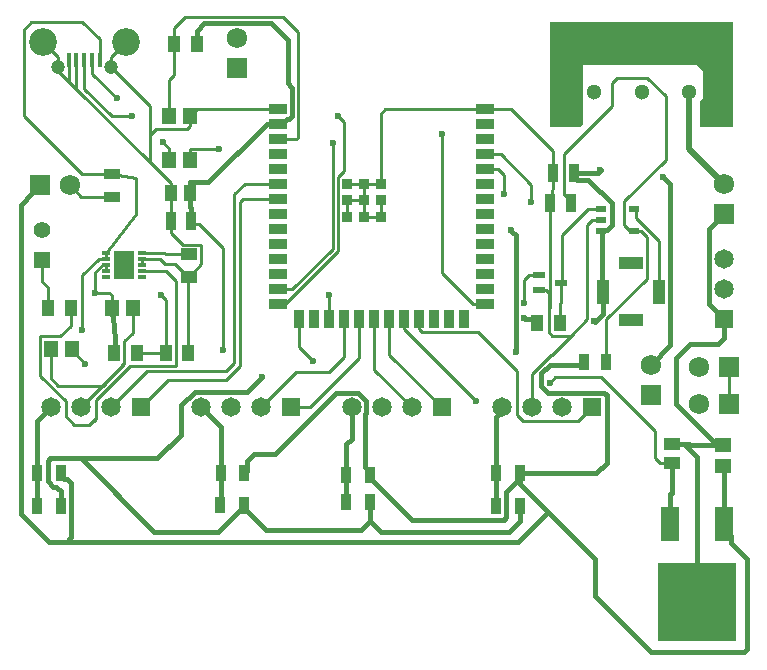
<source format=gtl>
%FSTAX23Y23*%
%MOIN*%
%SFA1B1*%

%IPPOS*%
%ADD13C,0.010000*%
%ADD14R,0.037400X0.057090*%
%ADD15R,0.037800X0.058660*%
%ADD16R,0.038980X0.057870*%
%ADD17R,0.043310X0.078740*%
%ADD18R,0.078740X0.043310*%
%ADD19R,0.039370X0.057090*%
%ADD20R,0.039370X0.021650*%
%ADD21R,0.037400X0.023620*%
%ADD22R,0.057090X0.037400*%
%ADD23R,0.045280X0.057090*%
%ADD24R,0.031500X0.011810*%
%ADD25R,0.068900X0.096460*%
%ADD26R,0.057090X0.039370*%
%ADD27R,0.057870X0.040160*%
%ADD28R,0.263780X0.263780*%
%ADD29R,0.062990X0.118110*%
%ADD30R,0.057090X0.045280*%
%ADD31R,0.015750X0.047240*%
%ADD32R,0.035430X0.035430*%
%ADD33R,0.059060X0.035430*%
%ADD34R,0.035430X0.059060*%
%ADD69C,0.015750*%
%ADD70C,0.019680*%
%ADD71R,0.067910X0.067910*%
%ADD72C,0.067910*%
%ADD73C,0.051180*%
%ADD74C,0.067320*%
%ADD75R,0.067910X0.067910*%
%ADD76R,0.055750X0.055750*%
%ADD77C,0.055750*%
%ADD78C,0.047240*%
%ADD79C,0.092440*%
%ADD80R,0.064960X0.064960*%
%ADD81C,0.064960*%
%ADD82R,0.064960X0.064960*%
%ADD83C,0.023620*%
%LNxksoilsensor-1*%
%LPD*%
G36*
X024Y0178D02*
X0229D01*
Y01865*
X023Y01875*
Y01965*
X0228Y01985*
X019*
Y0179*
X0189Y0178*
X0179*
Y0213*
X024*
Y0178*
G37*
G54D13*
X00272Y008D02*
D01*
X00272Y008*
X00272Y008*
X00272Y008*
X00272Y008*
X00272Y008*
X01702Y01192D02*
Y01269D01*
X01718Y01285*
X01977Y01138D02*
X02113Y01273D01*
Y01412*
X01977Y00995D02*
Y01138D01*
X01807Y00947D02*
X01961D01*
X01788Y00927D02*
X01807Y00947D01*
X01916Y01507D02*
X0196D01*
X01828Y0126D02*
Y01419D01*
X01916Y01507*
X02076Y01476D02*
X02154Y01398D01*
Y0123D02*
Y01398D01*
X01961Y00947D02*
X02141Y00767D01*
Y00674D02*
Y00767D01*
Y00674D02*
X02157Y00658D01*
X02069Y01432D02*
X02093D01*
X02113Y01412*
X0163Y00831D02*
Y00845D01*
X01841Y01549D02*
X01844D01*
X01836Y01555D02*
X01841Y01549D01*
X01836Y01555D02*
Y0169D01*
X01858Y01525D02*
Y01535D01*
X01844Y01549D02*
X01858Y01535D01*
X01836Y0169D02*
X01995Y01849D01*
Y01925D02*
X02013Y01943D01*
X01995Y01849D02*
Y01925D01*
X00951Y01744D02*
Y02095D01*
X00884Y01738D02*
X00946D01*
X00901Y02145D02*
X00951Y02095D01*
X00946Y01738D02*
X00951Y01744D01*
X01792Y0102D02*
X01795D01*
X01858Y01083*
X0173Y00845D02*
Y00957D01*
X01792Y0102*
X00593Y01455D02*
X00621D01*
X01225Y0159D02*
Y01823D01*
X01858Y01083D02*
X01913Y01138D01*
X00143Y01973D02*
X00186Y0193D01*
X00455Y01662D02*
X00525Y01591D01*
X00211Y01905D02*
X00455Y01662D01*
X00186Y0193D02*
X00211Y01905D01*
X00455Y01751D02*
Y0185D01*
X00541Y01322D02*
X00584Y01278D01*
X00584Y01279D02*
X00585Y01278D01*
X00541Y01322D02*
X00584Y01279D01*
X00371Y00991D02*
Y01064D01*
Y0099D02*
Y00991D01*
X00297Y00917D02*
X00371Y00991D01*
X00225Y00845D02*
X00297Y00917D01*
X00298*
X0015D02*
X00297D01*
X02076Y01476D02*
Y01507D01*
X00272Y008D02*
X00275Y00808D01*
X02157Y00658D02*
X02195D01*
X00593Y01455D02*
Y01465D01*
X00621Y01455D02*
X007Y01376D01*
Y01037D02*
Y01376D01*
X00195Y01034D02*
Y0104D01*
Y01034D02*
X00239Y0099D01*
X00285Y01339D02*
X0031D01*
X0023Y01284D02*
X00285Y01339D01*
X0023Y01101D02*
Y01284D01*
X0031Y01359D02*
X0041Y0149D01*
Y0161*
X0033Y01622D02*
X0041Y0161D01*
X00228Y01622D02*
X0033D01*
X00035Y01815D02*
X00228Y01622D01*
X00035Y01815D02*
Y02103D01*
X00061Y02129*
X0023*
X00288Y02071*
Y02001D02*
Y02071D01*
X0051Y01025D02*
Y01203D01*
X00493Y0122D02*
X0051Y01203D01*
X01054Y01139D02*
Y0122D01*
X00099Y02062D02*
X00149Y02012D01*
Y0198D02*
Y02012D01*
X00143Y01973D02*
X00149Y0198D01*
X00186Y0193D02*
Y02001D01*
X00211Y01905D02*
Y02001D01*
X00525Y0156D02*
Y01591D01*
X0059Y01782D02*
Y01815D01*
X00581Y01773D02*
X0059Y01782D01*
X00477Y01773D02*
X00581D01*
X00455Y01751D02*
X00477Y01773D01*
X00455Y01662D02*
Y01751D01*
X00325Y0198D02*
X00455Y0185D01*
X01791Y01253D02*
Y01525D01*
X01785Y01095D02*
X01791Y01253D01*
X01785Y01095D02*
X01797Y01083D01*
X01752Y01234D02*
X01776D01*
X01785Y01226*
Y01095D02*
Y01226D01*
X01797Y01083D02*
X01858D01*
X01913Y01138D02*
Y01453D01*
X0193Y0147D02*
X0196D01*
X01913Y01453D02*
X0193Y0147D01*
X00325Y02012D02*
X00375Y02062D01*
X00325Y0198D02*
Y02012D01*
X00526Y01426D02*
Y01465D01*
Y01426D02*
X00565Y01387D01*
X00626*
Y01321D02*
Y01387D01*
X00585Y0128D02*
X00626Y01321D01*
X01225Y01823D02*
X0124Y01838D01*
X01573*
X00584Y01025D02*
Y01278D01*
X00506Y01322D02*
X00541D01*
X00429Y01339D02*
X00489D01*
X0143Y01291D02*
Y01755D01*
Y01291D02*
X01533Y01188D01*
X01573*
X0059Y0167D02*
Y01706D01*
X00686*
X00227Y01547D02*
X0033D01*
X0019Y01585D02*
X00227Y01547D01*
X00429Y013D02*
X0051D01*
X00543Y01267*
Y00983D02*
Y01267D01*
X00389Y00983D02*
X00543D01*
X00275Y00868D02*
X00389Y00983D01*
X00275Y00808D02*
Y00868D01*
X00772Y01588D02*
X00884D01*
X00737Y01554D02*
X00772Y01588D01*
X00737Y00991D02*
Y01554D01*
X00711Y00965D02*
X00737Y00991D01*
X00445Y00965D02*
X00711D01*
X00325Y00845D02*
X00445Y00965D01*
X00884Y01188D02*
X00905D01*
X01084Y01367*
Y01613*
X01102Y01631*
Y01796*
X01084Y01815D02*
X01102Y01796D01*
X00329Y01815D02*
X00396D01*
X00237Y01907D02*
X00329Y01815D01*
X00237Y01907D02*
Y02001D01*
X01304Y01106D02*
Y01139D01*
Y01106D02*
X01543Y00867D01*
X01573Y01688D02*
X01625D01*
X01726Y01587*
Y0153D02*
Y01587D01*
X01354Y01106D02*
Y01139D01*
Y01106D02*
X01363Y01097D01*
X0155*
X0168Y00967*
Y00818D02*
Y00967D01*
Y00818D02*
X01699Y00799D01*
X01884*
X0193Y00845*
X00954Y01045D02*
X01Y01D01*
X00954Y01045D02*
Y01139D01*
X00826Y00845D02*
X00943Y00962D01*
X01053*
X01104Y01013*
Y01139*
X01154Y0101D02*
Y01139D01*
X00988Y00845D02*
X01154Y0101D01*
X00926Y00845D02*
X00988D01*
X00253Y00786D02*
X00275Y00808D01*
X00203Y00786D02*
X00253D01*
X00175Y00815D02*
X00203Y00786D01*
X00175Y00815D02*
Y00865D01*
X00089Y0095D02*
X00175Y00865D01*
X00089Y0095D02*
Y01081D01*
X00156*
X00192Y01117*
Y01175*
X00125Y00943D02*
Y0104D01*
Y00943D02*
X0015Y00917D01*
X00298D02*
X00371Y0099D01*
Y01064D02*
X004Y01093D01*
Y01175*
X00765Y01538D02*
X00884D01*
X00755Y01529D02*
X00765Y01538D01*
X00755Y00981D02*
Y01529D01*
X00709Y00936D02*
X00755Y00981D01*
X00516Y00936D02*
X00709D01*
X00425Y00845D02*
X00516Y00936D01*
X00274Y01226D02*
Y01296D01*
X00298Y0132*
X0031*
X00274Y01226D02*
X00321D01*
X00329Y01218*
Y01175D02*
Y01218D01*
X0031Y01339D02*
Y01359D01*
X00412Y01025D02*
X0051D01*
X0031Y013D02*
Y0132D01*
X0052Y01815D02*
Y01935D01*
X00537Y01952*
Y02055*
Y02108*
X00574Y02145*
X00901*
X01791Y01525D02*
X01801Y0158D01*
Y01625*
X0059Y01815D02*
X00614Y01838D01*
X00884*
X00525Y01512D02*
Y0156D01*
Y01512D02*
X00526Y01511D01*
Y01465D02*
Y01511D01*
X01801Y01625D02*
Y01698D01*
X01661Y01838D02*
X01801Y01698D01*
X01573Y01838D02*
X01661D01*
X01225Y01479D02*
Y01535D01*
X0117Y01479D02*
X01225D01*
X0117D02*
Y01535D01*
X01114D02*
X0117D01*
Y0159*
X00585Y01278D02*
Y0128D01*
X00489Y01339D02*
X00506Y01322D01*
X01114Y01479D02*
Y01535D01*
Y0159D02*
X0117D01*
X01225*
X00429Y0132D02*
Y01339D01*
X02013Y01943D02*
X02113D01*
X02175Y01881*
Y01669D02*
Y01881D01*
X02037Y01532D02*
X02175Y01669D01*
X02037Y01451D02*
Y01532D01*
Y01451D02*
X02056Y01432D01*
X02069*
X0052Y0167D02*
Y01706D01*
X00498Y01728D02*
X0052Y01706D01*
X01822Y01125D02*
Y0119D01*
X01827Y01195*
Y0126*
X01828*
X02069Y01507D02*
X02076D01*
X00429Y01359D02*
X00504D01*
X00508Y01354*
X00585*
X00262Y01957D02*
Y02001D01*
Y01957D02*
X00345Y01875D01*
X01065Y01373D02*
Y01725D01*
X0093Y01238D02*
X01065Y01373D01*
X00884Y01238D02*
X0093D01*
X01204Y00969D02*
Y01139D01*
Y00969D02*
X01328Y00845D01*
X01254Y01019D02*
Y01139D01*
Y01019D02*
X01428Y00845D01*
X01573Y01638D02*
X01616D01*
X01637Y01618*
Y01556D02*
Y01618D01*
X01718Y01285D02*
X01752D01*
X02385Y00855D02*
Y0098D01*
X00095Y01265D02*
Y01335D01*
Y01265D02*
X00117Y01243D01*
Y01175D02*
Y01243D01*
G54D14*
X0008Y00515D03*
X00159D03*
X0008Y00625D03*
X00159D03*
X0069Y0052D03*
X00769D03*
X00692Y00625D03*
X00771D03*
X01111Y0053D03*
X0119D03*
X0111Y0062D03*
X01189D03*
X0161Y00515D03*
X01688D03*
X0161Y00625D03*
X01688D03*
X01902Y00995D03*
X01977D03*
G54D15*
X00526Y01465D03*
X00593D03*
X01791Y01525D03*
X01858D03*
X01801Y01625D03*
X01868D03*
G54D16*
X00525Y0156D03*
X0059D03*
G54D17*
X01965Y0123D03*
X02154D03*
G54D18*
X0206Y01324D03*
Y01135D03*
G54D19*
X01747Y01125D03*
X01822D03*
X00412Y01025D03*
X00337D03*
X0051D03*
X00584D03*
X00192Y01175D03*
X00117D03*
X00537Y02055D03*
X00612D03*
G54D20*
X01752Y01285D03*
Y01234D03*
X01827Y0126D03*
G54D21*
X0196Y01507D03*
Y0147D03*
Y01432D03*
X02069D03*
Y01507D03*
G54D22*
X0033Y01547D03*
Y01622D03*
G54D23*
X00125Y0104D03*
X00195D03*
X00329Y01175D03*
X004D03*
X0052Y0167D03*
X0059D03*
X0052Y01815D03*
X0059D03*
G54D24*
X0031Y01359D03*
Y01339D03*
Y0132D03*
Y013D03*
Y0128D03*
X00429D03*
Y013D03*
Y0132D03*
Y01339D03*
Y01359D03*
G54D25*
X0037Y0132D03*
G54D26*
X00585Y01354D03*
Y0128D03*
G54D27*
X02195Y00658D03*
Y00721D03*
G54D28*
X0228Y00195D03*
G54D29*
X02189Y00456D03*
X0237D03*
G54D30*
X02365Y00649D03*
Y0072D03*
G54D31*
X00288Y02001D03*
X00262D03*
X00237D03*
X00211D03*
X00186D03*
G54D32*
X01225Y0159D03*
Y01535D03*
Y01479D03*
X0117D03*
X01114D03*
Y01535D03*
Y0159D03*
X0117D03*
Y01535D03*
G54D33*
X01573Y01838D03*
Y01788D03*
Y01738D03*
Y01688D03*
Y01638D03*
Y01588D03*
Y01538D03*
Y01488D03*
Y01438D03*
Y01388D03*
Y01338D03*
Y01288D03*
Y01238D03*
Y01188D03*
X00884D03*
Y01238D03*
Y01288D03*
Y01338D03*
Y01388D03*
Y01438D03*
Y01488D03*
Y01538D03*
Y01588D03*
Y01638D03*
Y01688D03*
Y01738D03*
Y01788D03*
Y01838D03*
G54D34*
X01504Y01139D03*
X01454D03*
X01404D03*
X01354D03*
X01304D03*
X01254D03*
X01204D03*
X01154D03*
X01104D03*
X01054D03*
X01004D03*
X00954D03*
G54D69*
X0195Y01625D02*
X0196Y01635D01*
X01965Y01155D02*
Y0123D01*
X0194Y0113D02*
X01965Y01155D01*
X01747Y01125D02*
Y01128D01*
X01735Y0114D02*
X01747Y01128D01*
X01705Y0114D02*
X01735D01*
X01661Y01432D02*
Y01435D01*
X01675Y0103D02*
Y01418D01*
X01661Y01432D02*
X01675Y01418D01*
X0176Y00958D02*
X01788Y00987D01*
X0176Y00915D02*
Y00958D01*
Y00915D02*
X01782Y00893D01*
X0196Y01432D02*
X01963Y0143D01*
Y01232D02*
Y0143D01*
Y01232D02*
X01965Y0123D01*
X0196Y01432D02*
X01964Y01436D01*
X01995Y01451D02*
Y01525D01*
X0198Y01436D02*
X01995Y01451D01*
X01917Y01603D02*
X01995Y01525D01*
X01964Y01436D02*
X0198D01*
X01879Y01603D02*
X01917D01*
X01868Y01614D02*
X01879Y01603D01*
X01868Y01614D02*
Y01625D01*
X0195*
X0217Y0161D02*
X02191Y01588D01*
X02125Y00985D02*
X02191Y01051D01*
Y01588*
X02237Y00721D02*
X0228Y00678D01*
Y00195D02*
Y00678D01*
X00481Y00674D02*
X0056Y00752D01*
Y00852*
X00226Y00674D02*
X00481D01*
X00226D02*
X0047Y0043D01*
X00124Y00674D02*
X00226D01*
X0047Y0043D02*
X00684D01*
X00768Y00499D02*
X00774Y00505D01*
X00753Y00499D02*
X00768D01*
X00684Y0043D02*
X00753Y00499D01*
X00844Y00435D02*
X01159D01*
X0119Y00466D02*
Y0053D01*
X01159Y00435D02*
X0119Y00466D01*
X01226Y0043*
X00774Y00505D02*
X00844Y00435D01*
X00178Y00396D02*
X01683D01*
X01783Y00495*
X0161Y00811D02*
X0163Y00831D01*
X0161Y00625D02*
Y00811D01*
X0232Y0144D02*
X0237Y0149D01*
X0232Y0119D02*
Y0144D01*
Y0119D02*
X0237Y0114D01*
X00931Y01816D02*
Y01908D01*
X00912Y01805D02*
X0092D01*
X00931Y01816*
X00915Y01925D02*
X00931Y01908D01*
X00896Y01788D02*
X00912Y01805D01*
X00845Y01788D02*
X00896D01*
X00915Y01925D02*
Y02069D01*
X00859Y02125D02*
X00915Y02069D01*
X0194Y00215D02*
Y00338D01*
X01783Y00495D02*
X0194Y00338D01*
X02445Y00039D02*
Y0034D01*
X02435Y0003D02*
X02445Y00039D01*
X02125Y0003D02*
X02435D01*
X0194Y00215D02*
X02125Y0003D01*
X02394Y00391D02*
X02445Y0034D01*
X02378Y0043D02*
Y00448D01*
X02394Y00391D02*
Y00414D01*
X02378Y0043D02*
X02394Y00414D01*
X02365Y00649D02*
X0237Y00644D01*
X0237Y00456D02*
X02378Y00448D01*
X0237Y00456D02*
X0237Y00456D01*
X0237Y00456D02*
Y00644D01*
X01688Y00625D02*
X01688Y00625D01*
X01688Y00624D02*
X01688Y00625D01*
X00025Y01519D02*
X00063Y01558D01*
X00025Y0049D02*
Y01519D01*
Y0049D02*
X00118Y00396D01*
X00178*
X00115Y00664D02*
X00124Y00674D01*
X00134Y0058D02*
X00143D01*
X00159Y00564*
X00115Y00599D02*
X00134Y0058D01*
X00115Y00599D02*
Y00664D01*
X0056Y00852D02*
X00605Y00897D01*
X01894Y00987D02*
X01902Y00995D01*
X01788Y00987D02*
X01894D01*
X01782Y00893D02*
X01969D01*
X01173Y00645D02*
Y00822D01*
X00803Y00689D02*
X00873D01*
X01969Y00893D02*
X01978Y00884D01*
X00159Y00615D02*
X0017Y00604D01*
X01978Y00659D02*
Y00884D01*
X01943Y00625D02*
X01978Y00659D01*
X01688Y00625D02*
X01943D01*
X01644Y00561D02*
X01676Y00594D01*
X01077Y00893D02*
X01148D01*
X012Y00599D02*
X01201D01*
X01189Y0061D02*
Y00619D01*
X01189Y0062D02*
Y00629D01*
X01688Y0059D02*
Y00594D01*
X01173Y00645D02*
X01189Y00629D01*
X00873Y00689D02*
X01077Y00893D01*
X01176Y00825D02*
Y00864D01*
X00771Y00625D02*
X00779Y00633D01*
X00178Y00396D02*
X00193Y00411D01*
X01148Y00893D02*
X01176Y00864D01*
X01688Y0059D02*
X01783Y00495D01*
X00193Y00411D02*
Y00592D01*
X0017Y00604D02*
X00181D01*
X00063Y01558D02*
Y01558D01*
X0009Y01585*
X01644Y00479D02*
Y00561D01*
X01329Y0047D02*
X01635D01*
X00779Y00665D02*
X00803Y00689D01*
X01173Y00822D02*
X01176Y00825D01*
X01688Y00594D02*
Y00624D01*
X01201Y00599D02*
X01329Y0047D01*
X01189Y0061D02*
X012Y00599D01*
X00159Y00615D02*
Y00625D01*
X01676Y00594D02*
X01688D01*
X00181Y00604D02*
X00193Y00592D01*
X00779Y00633D02*
Y00665D01*
X01635Y0047D02*
X01644Y00479D01*
X0069Y0052D02*
X00692Y00521D01*
Y00625*
X0059Y01594D02*
X0065D01*
X00778Y00897D02*
X00828Y00947D01*
X00605Y00897D02*
X00778D01*
X00159Y00515D02*
Y00564D01*
X02346Y0072D02*
X02365D01*
X0228D02*
X02346D01*
X02237Y00721D02*
X0228Y0072D01*
X02195Y00721D02*
X02237Y00721D01*
X0237Y01077D02*
Y0114D01*
X02348Y01055D02*
X0237Y01077D01*
X02255Y01055D02*
X02348D01*
X0221Y0101D02*
X02255Y01055D01*
X0221Y00856D02*
Y0101D01*
Y00856D02*
X02346Y0072D01*
X0008Y00625D02*
Y008D01*
X00125Y00845*
X00692Y00625D02*
Y00779D01*
X00626Y00845D02*
X00692Y00779D01*
X01688Y00466D02*
Y00515D01*
X01652Y0043D02*
X01688Y00466D01*
X01226Y0043D02*
X01652D01*
X0008Y00515D02*
Y00625D01*
X01128Y0074D02*
Y00845D01*
X0111Y00723D02*
X01128Y0074D01*
X0111Y0062D02*
Y00723D01*
Y00574D02*
Y0062D01*
Y00574D02*
X01111Y00574D01*
Y0053D02*
Y00574D01*
X0161Y00515D02*
Y00625D01*
X00593Y01465D02*
Y0151D01*
X0059Y01513D02*
X00593Y0151D01*
X0059Y01513D02*
Y0156D01*
Y01594*
X0065D02*
X00845Y01788D01*
X02195Y00559D02*
Y00658D01*
X02189Y00554D02*
X02195Y00559D01*
X02189Y00456D02*
Y00554D01*
X00637Y02125D02*
X00859D01*
X00612Y021D02*
X00637Y02125D01*
X00612Y02055D02*
Y021D01*
X00329Y01175D02*
X00331Y01151D01*
X00332Y01144*
X00344Y01037*
Y01033D02*
Y01037D01*
X00341Y0103D02*
X00344Y01033D01*
X00341Y0103D02*
X00341Y0103D01*
X00337Y01025D02*
X00341Y0103D01*
G54D70*
X02252Y01707D02*
X0237Y0159D01*
X02252Y01707D02*
Y01895D01*
G54D71*
X02125Y00885D03*
X0237Y0149D03*
X00745Y01975D03*
G54D72*
X02125Y00985D03*
X02285Y0098D03*
Y00855D03*
X0019Y01585D03*
X0237Y0159D03*
X00745Y02075D03*
G54D73*
X02252Y01895D03*
X02095D03*
X01937D03*
G54D74*
X02331Y02062D03*
Y01826D03*
X01858D03*
Y02062D03*
G54D75*
X02385Y0098D03*
Y00855D03*
X0009Y01585D03*
G54D76*
X00095Y01335D03*
G54D77*
X00095Y01435D03*
G54D78*
X00325Y0198D03*
X00149D03*
G54D79*
X00099Y02062D03*
X00375D03*
G54D80*
X00425Y00845D03*
X00926D03*
X01428D03*
X0193D03*
G54D81*
X00325Y00845D03*
X00225D03*
X00125D03*
X00826D03*
X00726D03*
X00626D03*
X0237Y0124D03*
Y0134D03*
X01328Y00845D03*
X01228D03*
X01128D03*
X0183D03*
X0173D03*
X0163D03*
G54D82*
X0237Y0114D03*
G54D83*
X01543Y00867D03*
X01937Y01131D03*
X01702Y01141D03*
X01702Y01192D03*
X01675Y0103D03*
X01788Y00927D03*
X01957Y01636D03*
X02167Y01611D03*
X00828Y00947D03*
X007Y01037D03*
X00239Y0099D03*
X0023Y01101D03*
X00493Y0122D03*
X01054D03*
X0143Y01755D03*
X00686Y01706D03*
X01084Y01815D03*
X00396D03*
X01726Y0153D03*
X01Y01D03*
X00274Y01226D03*
X01661Y01435D03*
X00498Y01728D03*
X00345Y01875D03*
X01065Y01725D03*
X01637Y01556D03*
M02*
</source>
